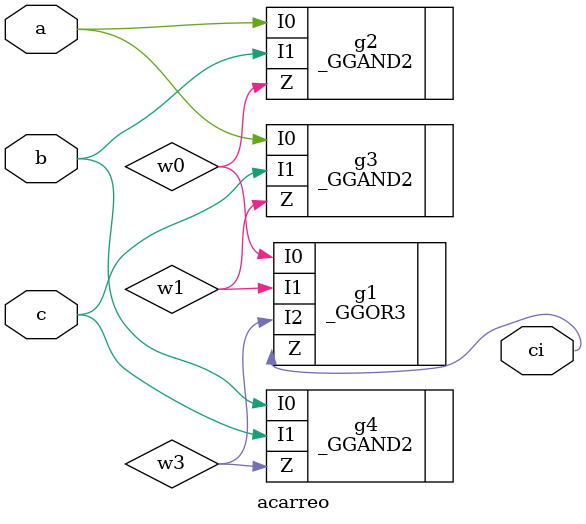
<source format=v>

`timescale 1ns/1ns

module main;    //: root_module
reg [3:0] w8;    //: /sn:0 {0}(#:235,358)(#:235,409){1}
reg [3:0] w9;    //: /sn:0 {0}(#:388,367)(#:388,403){1}
wire w6;    //: /sn:0 {0}(265,269)(265,302)(239,302)(239,352){1}
wire w7;    //: /sn:0 {0}(300,269)(300,331)(249,331)(249,352){1}
wire w14;    //: /sn:0 {0}(303,37)(303,70)(475,70)(475,107){1}
wire w15;    //: /sn:0 {0}(293,37)(293,86)(411,86)(411,107){1}
wire w4;    //: /sn:0 {0}(194,269)(194,337)(219,337)(219,352){1}
wire w0;    //: /sn:0 {0}(372,361)(372,342)(347,342)(347,269){1}
wire w3;    //: /sn:0 {0}(471,269)(471,346)(402,346)(402,361){1}
wire w1;    //: /sn:0 {0}(382,361)(382,284)(381,284)(381,269){1}
wire w18;    //: /sn:0 {0}(212,107)(212,47)(273,47)(273,37){1}
wire w17;    //: /sn:0 {0}(283,37)(283,95)(287,95)(287,107){1}
wire w2;    //: /sn:0 {0}(392,361)(392,284)(425,284)(425,269){1}
wire w12;    //: /sn:0 {0}(243,-24)(243,4)(155,4)(155,193)(176,193){1}
wire [3:0] w13;    //: /sn:0 {0}(#:288,31)(288,2)(289,2)(289,-15){1}
wire w5;    //: /sn:0 {0}(229,269)(229,352){1}
//: enddecls

  //: DIP g4 (w8) @(235,420) /sn:0 /R:2 /w:[ 1 ] /st:0 /dn:1
  //: LED g3 (w12) @(243,-31) /sn:0 /w:[ 0 ] /type:0
  assign w13 = {w18, w17, w15, w14}; //: CONCAT g2  @(288,32) /sn:0 /R:1 /w:[ 0 1 0 0 0 ] /dr:0 /tp:0 /drp:1
  //: LED g1 (w13) @(289,-22) /sn:0 /w:[ 1 ] /type:2
  //: DIP g6 (w9) @(388,414) /sn:0 /R:2 /w:[ 1 ] /st:0 /dn:1
  assign {w0, w1, w2, w3} = w9; //: CONCAT g7  @(387,366) /sn:0 /R:3 /w:[ 0 0 0 1 0 ] /dr:1 /tp:0 /drp:0
  assign {w4, w5, w6, w7} = w8; //: CONCAT g5  @(234,357) /sn:0 /R:3 /w:[ 1 1 1 1 0 ] /dr:1 /tp:0 /drp:0
  sumador4bits g0 (.a0(w7), .a1(w6), .a2(w5), .a3(w4), .b0(w3), .b1(w2), .b2(w1), .b3(w0), .r0(w14), .r1(w15), .r2(w17), .r3(w18), .cout(w12));   //: @(177, 108) /sz:(320, 160) /sn:0 /p:[ Bi0>0 Bi1>0 Bi2>0 Bi3>0 Bi4>0 Bi5>1 Bi6>1 Bi7>1 To0<1 To1<1 To2<1 To3<0 Lo0<1 ]

endmodule
//: /netlistEnd

//: /netlistBegin sumador4bits
module sumador4bits(r3, a3, a1, b2, a0, r1, r2, cout, b1, b3, r0, b0, a2);
//: interface  /sz:(320, 160) /bd:[ Bi0>a0(123/320) Bi1>a1(88/320) Bi2>a2(52/320) Bi3>a3(17/320) Bi4>b0(294/320) Bi5>b1(248/320) Bi6>b2(204/320) Bi7>b3(170/320) To0<r0(298/320) To1<r1(234/320) To2<r2(110/320) To3<r3(35/320) Lo0<cout(85/160) ] /pd: 0 /pi: 0 /pe: 1 /pp: 1
input a2;    //: /sn:0 {0}(312,263)(312,316){1}
input b2;    //: /sn:0 {0}(352,263)(352,294)(354,294)(354,309){1}
input a3;    //: /sn:0 {0}(156,263)(156,293)(155,293)(155,308){1}
input b3;    //: /sn:0 {0}(196,263)(196,296)(195,296)(195,302){1}
output r1;    //: /sn:0 {0}(461,123)(461,150)(462,150)(462,165){1}
output r3;    //: /sn:0 {0}(155,121)(155,150)(156,150)(156,165){1}
input a1;    //: /sn:0 {0}(462,263)(462,314){1}
output r0;    //: /sn:0 {0}(611,117)(611,165){1}
input b1;    //: /sn:0 {0}(503,311)(503,286)(502,286)(502,263){1}
input a0;    //: /sn:0 {0}(611,263)(611,316){1}
input b0;    //: /sn:0 {0}(651,263)(651,309)(654,309)(654,318){1}
output cout;    //: /sn:0 {0}(70,184)(120,184)(120,182)(135,182){1}
supply0 w9;    //: /sn:0 {0}(680,182)(725,182)(725,211){1}
output r2;    //: /sn:0 {0}(312,122)(312,165){1}
wire w7;    //: /sn:0 {0}(381,182)(441,182){1}
wire w12;    //: /sn:0 {0}(531,182)(590,182){1}
wire w2;    //: /sn:0 {0}(225,182)(291,182){1}
//: enddecls

  //: GROUND g4 (w9) @(725,217) /sn:0 /w:[ 1 ]
  //: OUT g8 (r3) @(155,124) /sn:0 /R:1 /w:[ 0 ]
  sumador g3 (.a(a0), .b(b0), .c(w9), .r(r0), .ci(w12));   //: @(591, 166) /sz:(88, 96) /sn:0 /p:[ Bi0>0 Bi1>0 Ri0>0 To0<1 Lo0<1 ]
  //: IN g13 (a3) @(155,310) /sn:0 /R:1 /w:[ 1 ]
  sumador g2 (.a(a1), .b(b1), .c(w12), .r(r1), .ci(w7));   //: @(442, 166) /sz:(88, 96) /sn:0 /p:[ Bi0>0 Bi1>1 Ri0>0 To0<1 Lo0<1 ]
  sumador g1 (.a(a2), .b(b2), .c(w7), .r(r2), .ci(w2));   //: @(292, 166) /sz:(88, 96) /sn:0 /p:[ Bi0>0 Bi1>0 Ri0>0 To0<1 Lo0<1 ]
  //: IN g11 (a1) @(462,316) /sn:0 /R:1 /w:[ 1 ]
  //: IN g16 (b2) @(354,311) /sn:0 /R:1 /w:[ 1 ]
  //: IN g10 (a0) @(611,318) /sn:0 /R:1 /w:[ 1 ]
  //: OUT g6 (r1) @(461,126) /sn:0 /R:1 /w:[ 0 ]
  //: OUT g7 (r2) @(312,125) /sn:0 /R:1 /w:[ 0 ]
  //: OUT g9 (cout) @(73,184) /sn:0 /R:2 /w:[ 0 ]
  //: IN g15 (b1) @(503,313) /sn:0 /R:1 /w:[ 0 ]
  //: IN g17 (b3) @(195,304) /sn:0 /R:1 /w:[ 1 ]
  //: OUT g5 (r0) @(611,120) /sn:0 /R:1 /w:[ 0 ]
  //: IN g14 (b0) @(654,320) /sn:0 /R:1 /w:[ 1 ]
  sumador g0 (.a(a3), .b(b3), .c(w2), .r(r3), .ci(cout));   //: @(136, 166) /sz:(88, 96) /sn:0 /p:[ Bi0>0 Bi1>0 Ri0>0 To0<1 Lo0<1 ]
  //: IN g12 (a2) @(312,318) /sn:0 /R:1 /w:[ 1 ]

endmodule
//: /netlistEnd

//: /netlistBegin sumador
module sumador(a, c, ci, r, b);
//: interface  /sz:(40, 40) /bd:[ ] /pd: 0 /pi: 0 /pe: 1 /pp: 1
input b;    //: /sn:0 {0}(130,167)(130,190)(129,190)(129,228){1}
//: {2}(131,230)(265,230)(265,198){3}
//: {4}(129,232)(129,260){5}
output r;    //: /sn:0 {0}(125,53)(125,110)(129,110)(129,125){1}
output ci;    //: /sn:0 {0}(245,49)(245,93)(249,93)(249,108){1}
input a;    //: /sn:0 {0}(98,167)(98,212){1}
//: {2}(100,214)(249,214)(249,198){3}
//: {4}(98,216)(98,265){5}
input c;    //: /sn:0 {0}(157,261)(157,250){1}
//: {2}(159,248)(281,248)(281,198){3}
//: {4}(157,246)(157,180)(158,180)(158,167){5}
//: enddecls

  //: IN g4 (a) @(98,267) /sn:0 /R:1 /w:[ 5 ]
  //: IN g8 (c) @(157,263) /sn:0 /R:1 /w:[ 0 ]
  //: OUT g3 (ci) @(245,52) /sn:0 /R:1 /w:[ 0 ]
  //: OUT g2 (r) @(125,56) /sn:0 /R:1 /w:[ 0 ]
  acarreo g1 (.a(a), .b(b), .c(c), .ci(ci));   //: @(233, 109) /sz:(64, 88) /R:1 /sn:0 /p:[ Bi0>3 Bi1>3 Bi2>3 To0<1 ]
  //: IN g6 (b) @(129,262) /sn:0 /R:1 /w:[ 5 ]
  //: joint g7 (b) @(129, 230) /w:[ 2 1 -1 4 ]
  //: joint g9 (c) @(157, 248) /w:[ 2 4 -1 1 ]
  //: joint g5 (a) @(98, 214) /w:[ 2 1 -1 4 ]
  resultado g0 (.a(a), .b(b), .c(c), .r(r));   //: @(87, 126) /sz:(92, 40) /sn:0 /p:[ Bi0>0 Bi1>0 Bi2>5 To0<1 ]

endmodule
//: /netlistEnd

//: /netlistBegin resultado
module resultado(b, a, c, r);
//: interface  /sz:(40, 40) /bd:[ ] /pd: 0 /pi: 0 /pe: 1 /pp: 1
input b;    //: /sn:0 {0}(91,174)(91,228)(144,228){1}
//: {2}(148,228)(175,228){3}
//: {4}(179,228)(213,228)(213,174){5}
//: {6}(177,226)(177,216)(172,216)(172,174){7}
//: {8}(146,226)(146,216)(127,216)(127,174){9}
//: {10}(146,230)(146,256){11}
output r;    //: /sn:0 {0}(156,53)(156,71){1}
input a;    //: /sn:0 {0}(92,258)(92,244){1}
//: {2}(94,242)(104,242)(104,241)(120,241){3}
//: {4}(124,241)(142,241)(142,242)(165,242){5}
//: {6}(169,242)(208,242)(208,174){7}
//: {8}(167,240)(167,174){9}
//: {10}(122,239)(122,174){11}
//: {12}(90,242)(86,242)(86,174){13}
input c;    //: /sn:0 {0}(218,174)(218,187)(235,187)(235,201)(228,201){1}
//: {2}(224,201)(178,201){3}
//: {4}(176,199)(176,189)(177,189)(177,174){5}
//: {6}(174,201)(133,201){7}
//: {8}(131,199)(131,189)(132,189)(132,174){9}
//: {10}(129,201)(96,201)(96,174){11}
//: {12}(226,203)(226,258){13}
wire w0;    //: /sn:0 {0}(91,153)(91,139)(122,139)(122,108)(149,108)(149,92){1}
wire w1;    //: /sn:0 {0}(154,92)(154,125)(127,125)(127,153){1}
wire w18;    //: /sn:0 {0}(159,92)(159,112)(172,112)(172,153){1}
wire w13;    //: /sn:0 {0}(213,153)(213,92)(164,92)(164,92){1}
//: enddecls

  _GGAND3 #(8) g4 (.I0(a), .I1(!b), .I2(!c), .Z(w18));   //: @(172,163) /sn:0 /R:1 /w:[ 9 7 5 1 ]
  //: IN g8 (b) @(146,258) /sn:0 /R:1 /w:[ 11 ]
  _GGAND3 #(8) g3 (.I0(!a), .I1(b), .I2(!c), .Z(w1));   //: @(127,163) /sn:0 /R:1 /w:[ 11 9 9 1 ]
  //: joint g13 (b) @(177, 228) /w:[ 4 6 3 -1 ]
  _GGAND3 #(8) g2 (.I0(!a), .I1(!b), .I2(c), .Z(w0));   //: @(91,163) /sn:0 /R:1 /w:[ 13 0 11 0 ]
  _GGOR4 #(10) g1 (.I0(w0), .I1(w1), .I2(w18), .I3(w13), .Z(r));   //: @(156,81) /sn:0 /R:1 /w:[ 1 0 0 1 1 ]
  //: joint g11 (a) @(167, 242) /w:[ 6 8 5 -1 ]
  //: joint g16 (c) @(226, 201) /w:[ 1 -1 2 12 ]
  //: joint g10 (a) @(122, 241) /w:[ 4 10 3 -1 ]
  //: IN g6 (a) @(92,260) /sn:0 /R:1 /w:[ 0 ]
  //: IN g7 (c) @(226,260) /sn:0 /R:1 /w:[ 13 ]
  //: joint g9 (a) @(92, 242) /w:[ 2 -1 12 1 ]
  //: joint g15 (c) @(176, 201) /w:[ 3 4 6 -1 ]
  _GGAND3 #(8) g5 (.I0(a), .I1(b), .I2(c), .Z(w13));   //: @(213,163) /sn:0 /R:1 /w:[ 7 5 0 0 ]
  //: joint g14 (c) @(131, 201) /w:[ 7 8 10 -1 ]
  //: OUT g0 (r) @(156,56) /sn:0 /R:1 /w:[ 0 ]
  //: joint g12 (b) @(146, 228) /w:[ 2 8 1 10 ]

endmodule
//: /netlistEnd

//: /netlistBegin acarreo
module acarreo(b, c, a, ci);
//: interface  /sz:(40, 40) /bd:[ ] /pd: 0 /pi: 0 /pe: 1 /pp: 1
input b;    //: /sn:0 {0}(102,185)(102,228)(174,228){1}
//: {2}(178,228)(218,228)(218,183){3}
//: {4}(176,230)(176,259){5}
output ci;    //: /sn:0 {0}(161,29)(161,78){1}
input a;    //: /sn:0 {0}(89,259)(89,243){1}
//: {2}(91,241)(158,241)(158,185){3}
//: {4}(89,239)(89,198)(97,198)(97,185){5}
input c;    //: /sn:0 {0}(163,185)(163,209)(221,209){1}
//: {2}(223,207)(223,183){3}
//: {4}(223,211)(223,266){5}
wire w0;    //: /sn:0 {0}(156,99)(156,127)(100,127)(100,164){1}
wire w3;    //: /sn:0 {0}(166,99)(166,147)(221,147)(221,162){1}
wire w1;    //: /sn:0 {0}(161,99)(161,164){1}
//: enddecls

  _GGAND2 #(6) g4 (.I0(b), .I1(c), .Z(w3));   //: @(221,172) /sn:0 /R:1 /w:[ 3 3 1 ]
  //: joint g8 (a) @(89, 241) /w:[ 2 4 -1 1 ]
  _GGAND2 #(6) g3 (.I0(a), .I1(c), .Z(w1));   //: @(161,174) /sn:0 /R:1 /w:[ 3 0 1 ]
  _GGAND2 #(6) g2 (.I0(a), .I1(b), .Z(w0));   //: @(100,174) /sn:0 /R:1 /w:[ 5 0 1 ]
  _GGOR3 #(8) g1 (.I0(w0), .I1(w1), .I2(w3), .Z(ci));   //: @(161,88) /sn:0 /R:1 /w:[ 0 0 0 1 ]
  //: joint g10 (c) @(223, 209) /w:[ -1 2 1 4 ]
  //: IN g6 (b) @(176,261) /sn:0 /R:1 /w:[ 5 ]
  //: IN g7 (c) @(223,268) /sn:0 /R:1 /w:[ 5 ]
  //: joint g9 (b) @(176, 228) /w:[ 2 -1 1 4 ]
  //: IN g5 (a) @(89,261) /sn:0 /R:1 /w:[ 0 ]
  //: OUT g0 (ci) @(161,32) /sn:0 /R:1 /w:[ 0 ]

endmodule
//: /netlistEnd


</source>
